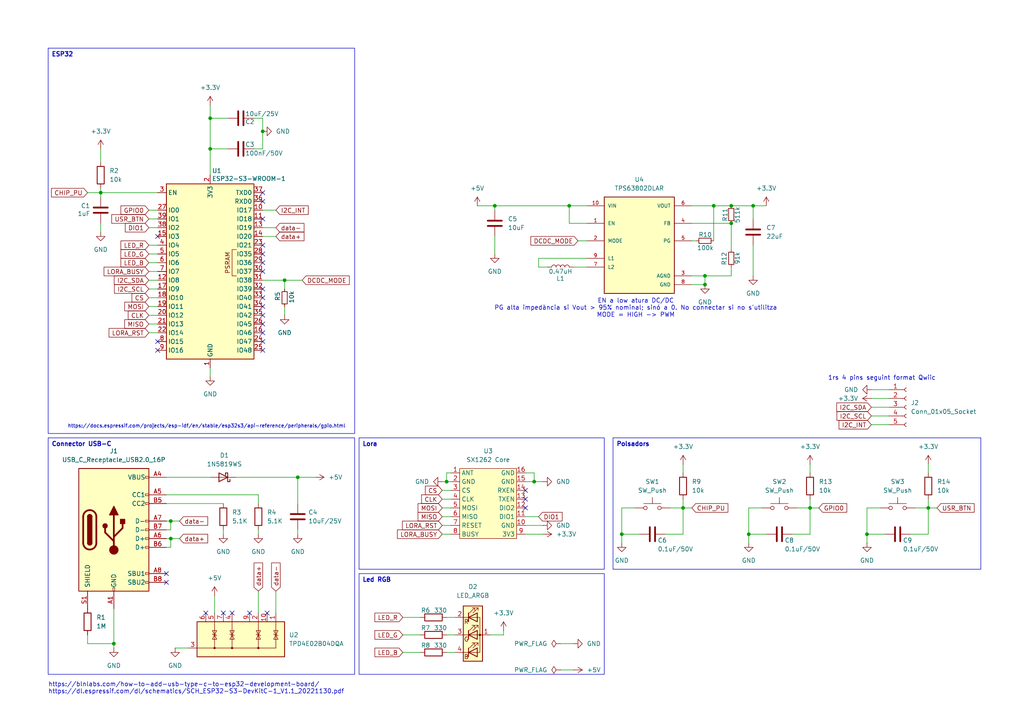
<source format=kicad_sch>
(kicad_sch (version 20231120) (generator "eeschema") (generator_version "8.0")
  (paper "A4")
  (title_block (title "Node LoRa basat en SX1262 i ESP32") (date "2025-03-18") (company "Pol Flotats Sabata"))
  (lib_symbols
    (symbol "Connector:Conn_01x05_Socket" (pin_names (offset 1.016) hide)
      (property "Reference" "J" (at 0 7.62 0))
      (property "Value" "Conn_01x05_Socket" (at 0 -7.62 0))
      (symbol "Conn_01x05_Socket_1_1"
        (pin passive line (at -5.08 5.08 0) (length 3.81) (name "Pin_1") (number "1"))
        (pin passive line (at -5.08 2.54 0) (length 3.81) (name "Pin_2") (number "2"))
        (pin passive line (at -5.08 0 0) (length 3.81) (name "Pin_3") (number "3"))
        (pin passive line (at -5.08 -2.54 0) (length 3.81) (name "Pin_4") (number "4"))
        (pin passive line (at -5.08 -5.08 0) (length 3.81) (name "Pin_5") (number "5"))
      )
    )
    (symbol "Connector:USB_C_Receptacle_USB2.0_16P" (pin_names (offset 1.016))
      (property "Reference" "J" (at 0 22.225 0))
      (property "Value" "USB_C_Receptacle_USB2.0_16P" (at 0 19.685 0))
      (symbol "USB_C_Receptacle_USB2.0_16P_1_1"
        (pin passive line (at 0 -22.86 90) (length 5.08) (name "GND") (number "A1"))
        (pin passive line (at 0 -22.86 90) (length 5.08) hide (name "GND") (number "A12"))
        (pin passive line (at 15.24 15.24 180) (length 5.08) (name "VBUS") (number "A4"))
        (pin bidirectional line (at 15.24 10.16 180) (length 5.08) (name "CC1") (number "A5"))
        (pin bidirectional line (at 15.24 -2.54 180) (length 5.08) (name "D+") (number "A6"))
        (pin bidirectional line (at 15.24 2.54 180) (length 5.08) (name "D-") (number "A7"))
        (pin bidirectional line (at 15.24 -12.7 180) (length 5.08) (name "SBU1") (number "A8"))
        (pin passive line (at 15.24 15.24 180) (length 5.08) hide (name "VBUS") (number "A9"))
        (pin passive line (at 0 -22.86 90) (length 5.08) hide (name "GND") (number "B1"))
        (pin passive line (at 0 -22.86 90) (length 5.08) hide (name "GND") (number "B12"))
        (pin passive line (at 15.24 15.24 180) (length 5.08) hide (name "VBUS") (number "B4"))
        (pin bidirectional line (at 15.24 7.62 180) (length 5.08) (name "CC2") (number "B5"))
        (pin bidirectional line (at 15.24 -5.08 180) (length 5.08) (name "D+") (number "B6"))
        (pin bidirectional line (at 15.24 0 180) (length 5.08) (name "D-") (number "B7"))
        (pin bidirectional line (at 15.24 -15.24 180) (length 5.08) (name "SBU2") (number "B8"))
        (pin passive line (at 15.24 15.24 180) (length 5.08) hide (name "VBUS") (number "B9"))
        (pin passive line (at -7.62 -22.86 90) (length 5.08) (name "SHIELD") (number "S1"))
      )
    )
    (symbol "CustomSymbols:SX1262_Core"
      (property "Reference" "U" (at -21.082 -4.318 0))
      (property "Value" "SX1262 Core" (at -20.828 -6.604 0))
      (symbol "SX1262_Core_1_1"
        (pin passive line (at -31.75 -8.89 0) (length 2.54) (name "ANT") (number "1"))
        (pin power_in line (at -10.16 -24.13 180) (length 2.54) (name "GND") (number "10"))
        (pin output line (at -10.16 -21.59 180) (length 2.54) (name "DIO1") (number "11"))
        (pin output line (at -10.16 -19.05 180) (length 2.54) (name "DIO2") (number "12"))
        (pin input line (at -10.16 -16.51 180) (length 2.54) (name "TXEN") (number "13"))
        (pin input line (at -10.16 -13.97 180) (length 2.54) (name "RXEN") (number "14"))
        (pin power_in line (at -10.16 -11.43 180) (length 2.54) (name "GND") (number "15"))
        (pin power_in line (at -10.16 -8.89 180) (length 2.54) (name "GND") (number "16"))
        (pin power_in line (at -31.75 -11.43 0) (length 2.54) (name "GND") (number "2"))
        (pin input line (at -31.75 -13.97 0) (length 2.54) (name "CS") (number "3"))
        (pin input line (at -31.75 -16.51 0) (length 2.54) (name "CLK") (number "4"))
        (pin input line (at -31.75 -19.05 0) (length 2.54) (name "MOSI") (number "5"))
        (pin output line (at -31.75 -21.59 0) (length 2.54) (name "MISO") (number "6"))
        (pin input line (at -31.75 -24.13 0) (length 2.54) (name "RESET") (number "7"))
        (pin output line (at -31.75 -26.67 0) (length 2.54) (name "BUSY") (number "8"))
        (pin power_in line (at -10.16 -26.67 180) (length 2.54) (name "3V3") (number "9"))
      )
    )
    (symbol "Device:C" (pin_numbers hide) (pin_names (offset 0.254))
      (property "Reference" "C" (at 0.635 2.54 0))
      (property "Value" "C" (at 0.635 -2.54 0))
      (symbol "C_1_1"
        (pin passive line (at 0 3.81 270) (length 2.794) (name "~") (number "1"))
        (pin passive line (at 0 -3.81 90) (length 2.794) (name "~") (number "2"))
      )
    )
    (symbol "Device:L" (pin_numbers hide) (pin_names (offset 1.016) hide)
      (property "Reference" "L" (at -1.27 0 90))
      (property "Value" "L" (at 1.905 0 90))
      (symbol "L_1_1"
        (pin passive line (at 0 3.81 270) (length 1.27) (name "1") (number "1"))
        (pin passive line (at 0 -3.81 90) (length 1.27) (name "2") (number "2"))
      )
    )
    (symbol "Device:LED_ARGB" (pin_names (offset 0) hide)
      (property "Reference" "D" (at 0 9.398 0))
      (property "Value" "LED_ARGB" (at 0 -8.89 0))
      (symbol "LED_ARGB_0_0"
        (text "B" (at -1.905 -6.35 0) (effects (font (size 1.27 1.27))))
        (text "G" (at -1.905 -1.27 0) (effects (font (size 1.27 1.27))))
        (text "R" (at -1.905 3.81 0) (effects (font (size 1.27 1.27))))
      )
      (symbol "LED_ARGB_1_1"
        (pin passive line (at 5.08 0 180) (length 2.54) (name "A") (number "1"))
        (pin passive line (at -5.08 5.08 0) (length 2.54) (name "RK") (number "2"))
        (pin passive line (at -5.08 0 0) (length 2.54) (name "GK") (number "3"))
        (pin passive line (at -5.08 -5.08 0) (length 2.54) (name "BK") (number "4"))
      )
    )
    (symbol "Device:R" (pin_numbers hide) (pin_names (offset 0))
      (property "Reference" "R" (at 2.032 0 90))
      (property "Value" "R" (at 0 0 90))
      (symbol "R_1_1"
        (pin passive line (at 0 3.81 270) (length 1.27) (name "~") (number "1"))
        (pin passive line (at 0 -3.81 90) (length 1.27) (name "~") (number "2"))
      )
    )
    (symbol "Device:R_Small" (pin_numbers hide) (pin_names (offset 0.254) hide)
      (property "Reference" "R" (at 0.762 0.508 0))
      (property "Value" "R_Small" (at 0.762 -1.016 0))
      (symbol "R_Small_1_1"
        (pin passive line (at 0 2.54 270) (length 0.762) (name "~") (number "1"))
        (pin passive line (at 0 -2.54 90) (length 0.762) (name "~") (number "2"))
      )
    )
    (symbol "Diode:1N5819WS" (pin_numbers hide) (pin_names (offset 1.016) hide)
      (property "Reference" "D" (at 0 2.54 0))
      (property "Value" "1N5819WS" (at 0 -2.54 0))
      (symbol "1N5819WS_1_1"
        (pin passive line (at -3.81 0 0) (length 2.54) (name "K") (number "1"))
        (pin passive line (at 3.81 0 180) (length 2.54) (name "A") (number "2"))
      )
    )
    (symbol "Power_Protection:TPD4E02B04DQA" (pin_names hide)
      (property "Reference" "U" (at 2.54 -11.43 0))
      (property "Value" "TPD4E02B04DQA" (at 7.62 1.905 0))
      (symbol "TPD4E02B04DQA_0_0"
        (pin passive line (at 2.54 -15.24 90) (length 2.54) (name "G") (number "3"))
      )
      (symbol "TPD4E02B04DQA_1_1"
        (pin passive line (at -7.62 10.16 0) (length 2.54) (name "IO1") (number "1"))
        (pin free line (at -7.62 7.62 0) (length 2.54) (name "NC") (number "10"))
        (pin passive line (at -7.62 5.08 0) (length 2.54) (name "IO2") (number "2"))
        (pin passive line (at -7.62 -2.54 0) (length 2.54) (name "IO3") (number "4"))
        (pin passive line (at -7.62 -7.62 0) (length 2.54) (name "IO4") (number "5"))
        (pin free line (at -7.62 -10.16 0) (length 2.54) (name "NC") (number "6"))
        (pin free line (at -7.62 -5.08 0) (length 2.54) (name "NC") (number "7"))
        (pin passive line (at 2.54 -15.24 90) (length 2.54) hide (name "G") (number "8"))
        (pin free line (at -7.62 2.54 0) (length 2.54) (name "NC") (number "9"))
      )
    )
    (symbol "RF_Module:ESP32-S3-WROOM-1"
      (property "Reference" "U" (at -12.7 26.67 0))
      (property "Value" "ESP32-S3-WROOM-1" (at 12.7 26.67 0))
      (symbol "ESP32-S3-WROOM-1_0_0"
        (text "PSRAM" (at 5.08 2.54 900) (effects (font (size 1.27 1.27))))
      )
      (symbol "ESP32-S3-WROOM-1_1_1"
        (pin power_in line (at 0 -27.94 90) (length 2.54) (name "GND") (number "1"))
        (pin bidirectional line (at 15.24 17.78 180) (length 2.54) (name "IO17") (number "10"))
        (pin bidirectional line (at 15.24 15.24 180) (length 2.54) (name "IO18") (number "11"))
        (pin bidirectional line (at -15.24 -2.54 0) (length 2.54) (name "IO8") (number "12"))
        (pin bidirectional line (at 15.24 12.7 180) (length 2.54) (name "IO19") (number "13"))
        (pin bidirectional line (at 15.24 10.16 180) (length 2.54) (name "IO20") (number "14"))
        (pin bidirectional line (at -15.24 10.16 0) (length 2.54) (name "IO3") (number "15"))
        (pin bidirectional line (at 15.24 -17.78 180) (length 2.54) (name "IO46") (number "16"))
        (pin bidirectional line (at -15.24 -5.08 0) (length 2.54) (name "IO9") (number "17"))
        (pin bidirectional line (at -15.24 -7.62 0) (length 2.54) (name "IO10") (number "18"))
        (pin bidirectional line (at -15.24 -10.16 0) (length 2.54) (name "IO11") (number "19"))
        (pin power_in line (at 0 27.94 270) (length 2.54) (name "3V3") (number "2"))
        (pin bidirectional line (at -15.24 -12.7 0) (length 2.54) (name "IO12") (number "20"))
        (pin bidirectional line (at -15.24 -15.24 0) (length 2.54) (name "IO13") (number "21"))
        (pin bidirectional line (at -15.24 -17.78 0) (length 2.54) (name "IO14") (number "22"))
        (pin bidirectional line (at 15.24 7.62 180) (length 2.54) (name "IO21") (number "23"))
        (pin bidirectional line (at 15.24 -20.32 180) (length 2.54) (name "IO47") (number "24"))
        (pin bidirectional line (at 15.24 -22.86 180) (length 2.54) (name "IO48") (number "25"))
        (pin bidirectional line (at 15.24 -15.24 180) (length 2.54) (name "IO45") (number "26"))
        (pin bidirectional line (at -15.24 17.78 0) (length 2.54) (name "IO0") (number "27"))
        (pin bidirectional line (at 15.24 5.08 180) (length 2.54) (name "IO35") (number "28"))
        (pin bidirectional line (at 15.24 2.54 180) (length 2.54) (name "IO36") (number "29"))
        (pin input line (at -15.24 22.86 0) (length 2.54) (name "EN") (number "3"))
        (pin bidirectional line (at 15.24 0 180) (length 2.54) (name "IO37") (number "30"))
        (pin bidirectional line (at 15.24 -2.54 180) (length 2.54) (name "IO38") (number "31"))
        (pin bidirectional line (at 15.24 -5.08 180) (length 2.54) (name "IO39") (number "32"))
        (pin bidirectional line (at 15.24 -7.62 180) (length 2.54) (name "IO40") (number "33"))
        (pin bidirectional line (at 15.24 -10.16 180) (length 2.54) (name "IO41") (number "34"))
        (pin bidirectional line (at 15.24 -12.7 180) (length 2.54) (name "IO42") (number "35"))
        (pin bidirectional line (at 15.24 20.32 180) (length 2.54) (name "RXD0") (number "36"))
        (pin bidirectional line (at 15.24 22.86 180) (length 2.54) (name "TXD0") (number "37"))
        (pin bidirectional line (at -15.24 12.7 0) (length 2.54) (name "IO2") (number "38"))
        (pin bidirectional line (at -15.24 15.24 0) (length 2.54) (name "IO1") (number "39"))
        (pin bidirectional line (at -15.24 7.62 0) (length 2.54) (name "IO4") (number "4"))
        (pin passive line (at 0 -27.94 90) (length 2.54) hide (name "GND") (number "40"))
        (pin passive line (at 0 -27.94 90) (length 2.54) hide (name "GND") (number "41"))
        (pin bidirectional line (at -15.24 5.08 0) (length 2.54) (name "IO5") (number "5"))
        (pin bidirectional line (at -15.24 2.54 0) (length 2.54) (name "IO6") (number "6"))
        (pin bidirectional line (at -15.24 0 0) (length 2.54) (name "IO7") (number "7"))
        (pin bidirectional line (at -15.24 -20.32 0) (length 2.54) (name "IO15") (number "8"))
        (pin bidirectional line (at -15.24 -22.86 0) (length 2.54) (name "IO16") (number "9"))
      )
    )
    (symbol "Switch:SW_Push" (pin_numbers hide) (pin_names (offset 1.016) hide)
      (property "Reference" "SW" (at 1.27 2.54 0))
      (property "Value" "SW_Push" (at 0 -1.524 0))
      (symbol "SW_Push_0_1"
        (pin passive line (at -5.08 0 0) (length 2.54) (name "1") (number "1"))
        (pin passive line (at 5.08 0 180) (length 2.54) (name "2") (number "2"))
      )
    )
    (symbol "TPS63802DLAR:TPS63802DLAR" (pin_names (offset 1.016))
      (property "Reference" "U" (at -10.16 13.97 0))
      (property "Value" "TPS63802DLAR" (at -10.16 -16.51 0))
      (symbol "TPS63802DLAR_0_0"
        (pin input line (at -15.24 5.08 0) (length 5.08) (name "EN") (number "1"))
        (pin input line (at -15.24 10.16 0) (length 5.08) (name "VIN") (number "10"))
        (pin input line (at -15.24 0 0) (length 5.08) (name "MODE") (number "2"))
        (pin power_in line (at 15.24 -10.16 180) (length 5.08) (name "AGND") (number "3"))
        (pin input line (at 15.24 5.08 180) (length 5.08) (name "FB") (number "4"))
        (pin output line (at 15.24 0 180) (length 5.08) (name "PG") (number "5"))
        (pin passive line (at -15.24 -7.62 0) (length 5.08) (name "L2") (number "7"))
        (pin power_in line (at 15.24 -12.7 180) (length 5.08) (name "GND") (number "8"))
        (pin passive line (at -15.24 -5.08 0) (length 5.08) (name "L1") (number "9"))
      )
      (symbol "TPS63802DLAR_1_0"
        (pin power_out line (at 15.24 10.16 180) (length 5.08) (name "VOUT") (number "6"))
      )
    )
    (symbol "power:+3.3V" (power) (pin_numbers hide) (pin_names (offset 0) hide)
      (property "Value" "+3.3V" (at 0 3.556 0))
      (symbol "+3.3V_1_1"
        (pin power_in line (at 0 0 90) (length 0) (name "~") (number "1"))
      )
    )
    (symbol "power:+5V" (power) (pin_numbers hide) (pin_names (offset 0) hide)
      (property "Value" "+5V" (at 0 3.556 0))
      (symbol "+5V_1_1"
        (pin power_in line (at 0 0 90) (length 0) (name "~") (number "1"))
      )
    )
    (symbol "power:GND" (power) (pin_numbers hide) (pin_names (offset 0) hide)
      (property "Value" "GND" (at 0 -3.81 0))
      (symbol "GND_1_1"
        (pin power_in line (at 0 0 270) (length 0) (name "~") (number "1"))
      )
    )
    (symbol "power:PWR_FLAG" (power) (pin_numbers hide) (pin_names (offset 0) hide)
      (property "Value" "PWR_FLAG" (at 0 3.81 0))
      (symbol "PWR_FLAG_0_0"
        (pin power_out line (at 0 0 90) (length 0) (name "~") (number "1"))
      )
    )
  )
  (junction (at 76.2 38.1))
  (junction (at 207.01 59.69))
  (junction (at 198.12 147.32))
  (junction (at 82.55 81.28))
  (junction (at 60.96 43.18))
  (junction (at 49.53 156.21))
  (junction (at 129.54 139.7))
  (junction (at 60.96 34.29))
  (junction (at 251.46 154.94))
  (junction (at 217.17 154.94))
  (junction (at 269.24 147.32))
  (junction (at 212.09 64.77))
  (junction (at 212.09 59.69))
  (junction (at 204.47 80.01))
  (junction (at 86.36 138.43))
  (junction (at 29.21 55.88))
  (junction (at 180.34 154.94))
  (junction (at 33.02 186.69))
  (junction (at 165.1 59.69))
  (junction (at 218.44 59.69))
  (junction (at 154.94 139.7))
  (junction (at 143.51 59.69))
  (junction (at 234.95 147.32))
  (junction (at 204.47 82.55))
  (junction (at 49.53 151.13))
  (no_connect (at 59.69 177.8))
  (no_connect (at 76.2 88.9))
  (no_connect (at 67.31 177.8))
  (no_connect (at 76.2 86.36))
  (no_connect (at 76.2 63.5))
  (no_connect (at 48.26 168.91))
  (no_connect (at 48.26 166.37))
  (no_connect (at 76.2 101.6))
  (no_connect (at 152.4 147.32))
  (no_connect (at 45.72 101.6))
  (no_connect (at 76.2 91.44))
  (no_connect (at 76.2 76.2))
  (no_connect (at 76.2 71.12))
  (no_connect (at 76.2 78.74))
  (no_connect (at 152.4 144.78))
  (no_connect (at 77.47 177.8))
  (no_connect (at 76.2 99.06))
  (no_connect (at 152.4 142.24))
  (no_connect (at 76.2 55.88))
  (no_connect (at 76.2 58.42))
  (no_connect (at 45.72 99.06))
  (no_connect (at 76.2 83.82))
  (no_connect (at 72.39 177.8))
  (no_connect (at 64.77 177.8))
  (no_connect (at 76.2 96.52))
  (no_connect (at 45.72 68.58))
  (no_connect (at 76.2 93.98))
  (no_connect (at 76.2 73.66))
  (wire (pts (xy 217.17 154.94) (xy 217.17 147.32)))
  (wire (pts (xy 128.27 142.24) (xy 130.81 142.24)))
  (wire (pts (xy 43.18 76.2) (xy 45.72 76.2)))
  (wire (pts (xy 128.27 139.7) (xy 129.54 139.7)))
  (wire (pts (xy 66.04 34.29) (xy 60.96 34.29)))
  (wire (pts (xy 74.93 143.51) (xy 74.93 146.05)))
  (wire (pts (xy 200.66 59.69) (xy 207.01 59.69)))
  (wire (pts (xy 234.95 147.32) (xy 237.49 147.32)))
  (wire (pts (xy 130.81 137.16) (xy 129.54 137.16)))
  (wire (pts (xy 194.31 147.32) (xy 198.12 147.32)))
  (wire (pts (xy 152.4 139.7) (xy 154.94 139.7)))
  (wire (pts (xy 74.93 154.94) (xy 74.93 153.67)))
  (wire (pts (xy 200.66 69.85) (xy 201.93 69.85)))
  (wire (pts (xy 29.21 64.77) (xy 29.21 67.31)))
  (wire (pts (xy 185.42 154.94) (xy 180.34 154.94)))
  (wire (pts (xy 162.56 194.31) (xy 166.37 194.31)))
  (wire (pts (xy 165.1 59.69) (xy 170.18 59.69)))
  (wire (pts (xy 49.53 153.67) (xy 49.53 151.13)))
  (wire (pts (xy 222.25 154.94) (xy 217.17 154.94)))
  (wire (pts (xy 48.26 156.21) (xy 49.53 156.21)))
  (wire (pts (xy 212.09 59.69) (xy 218.44 59.69)))
  (wire (pts (xy 231.14 147.32) (xy 234.95 147.32)))
  (wire (pts (xy 43.18 71.12) (xy 45.72 71.12)))
  (wire (pts (xy 269.24 144.78) (xy 269.24 147.32)))
  (wire (pts (xy 218.44 59.69) (xy 222.25 59.69)))
  (wire (pts (xy 62.23 172.72) (xy 62.23 177.8)))
  (wire (pts (xy 68.58 138.43) (xy 86.36 138.43)))
  (wire (pts (xy 129.54 137.16) (xy 129.54 139.7)))
  (wire (pts (xy 152.4 149.86) (xy 156.21 149.86)))
  (wire (pts (xy 82.55 81.28) (xy 82.55 83.82)))
  (wire (pts (xy 207.01 59.69) (xy 207.01 69.85)))
  (wire (pts (xy 50.8 187.96) (xy 54.61 187.96)))
  (wire (pts (xy 49.53 156.21) (xy 52.07 156.21)))
  (wire (pts (xy 152.4 152.4) (xy 157.48 152.4)))
  (wire (pts (xy 128.27 144.78) (xy 130.81 144.78)))
  (wire (pts (xy 43.18 63.5) (xy 45.72 63.5)))
  (wire (pts (xy 48.26 158.75) (xy 49.53 158.75)))
  (wire (pts (xy 128.27 152.4) (xy 130.81 152.4)))
  (wire (pts (xy 66.04 43.18) (xy 60.96 43.18)))
  (wire (pts (xy 129.54 189.23) (xy 132.08 189.23)))
  (wire (pts (xy 269.24 147.32) (xy 269.24 154.94)))
  (wire (pts (xy 33.02 176.53) (xy 33.02 186.69)))
  (wire (pts (xy 212.09 77.47) (xy 212.09 80.01)))
  (wire (pts (xy 43.18 81.28) (xy 45.72 81.28)))
  (wire (pts (xy 48.26 153.67) (xy 49.53 153.67)))
  (wire (pts (xy 269.24 147.32) (xy 271.78 147.32)))
  (wire (pts (xy 256.54 154.94) (xy 251.46 154.94)))
  (wire (pts (xy 212.09 64.77) (xy 212.09 72.39)))
  (wire (pts (xy 25.4 55.88) (xy 29.21 55.88)))
  (wire (pts (xy 29.21 54.61) (xy 29.21 55.88)))
  (wire (pts (xy 76.2 60.96) (xy 80.01 60.96)))
  (wire (pts (xy 43.18 96.52) (xy 45.72 96.52)))
  (wire (pts (xy 152.4 154.94) (xy 157.48 154.94)))
  (wire (pts (xy 60.96 50.8) (xy 60.96 43.18)))
  (wire (pts (xy 146.05 182.88) (xy 146.05 184.15)))
  (wire (pts (xy 167.64 69.85) (xy 170.18 69.85)))
  (wire (pts (xy 43.18 91.44) (xy 45.72 91.44)))
  (wire (pts (xy 265.43 147.32) (xy 269.24 147.32)))
  (wire (pts (xy 234.95 144.78) (xy 234.95 147.32)))
  (wire (pts (xy 170.18 64.77) (xy 165.1 64.77)))
  (wire (pts (xy 64.77 154.94) (xy 64.77 153.67)))
  (wire (pts (xy 82.55 88.9) (xy 82.55 91.44)))
  (wire (pts (xy 251.46 147.32) (xy 255.27 147.32)))
  (wire (pts (xy 146.05 184.15) (xy 142.24 184.15)))
  (wire (pts (xy 86.36 138.43) (xy 86.36 146.05)))
  (wire (pts (xy 129.54 184.15) (xy 132.08 184.15)))
  (wire (pts (xy 86.36 154.94) (xy 86.36 153.67)))
  (wire (pts (xy 43.18 93.98) (xy 45.72 93.98)))
  (wire (pts (xy 86.36 138.43) (xy 91.44 138.43)))
  (wire (pts (xy 73.66 43.18) (xy 76.2 43.18)))
  (wire (pts (xy 165.1 64.77) (xy 165.1 59.69)))
  (wire (pts (xy 200.66 64.77) (xy 212.09 64.77)))
  (wire (pts (xy 49.53 151.13) (xy 52.07 151.13)))
  (wire (pts (xy 76.2 43.18) (xy 76.2 38.1)))
  (wire (pts (xy 129.54 139.7) (xy 130.81 139.7)))
  (wire (pts (xy 152.4 137.16) (xy 154.94 137.16)))
  (wire (pts (xy 162.56 186.69) (xy 166.37 186.69)))
  (wire (pts (xy 193.04 154.94) (xy 198.12 154.94)))
  (wire (pts (xy 116.84 184.15) (xy 121.92 184.15)))
  (wire (pts (xy 269.24 134.62) (xy 269.24 137.16)))
  (wire (pts (xy 198.12 144.78) (xy 198.12 147.32)))
  (wire (pts (xy 82.55 81.28) (xy 87.63 81.28)))
  (wire (pts (xy 43.18 88.9) (xy 45.72 88.9)))
  (wire (pts (xy 43.18 73.66) (xy 45.72 73.66)))
  (wire (pts (xy 143.51 59.69) (xy 165.1 59.69)))
  (wire (pts (xy 156.21 74.93) (xy 170.18 74.93)))
  (wire (pts (xy 180.34 154.94) (xy 180.34 157.48)))
  (wire (pts (xy 154.94 139.7) (xy 157.48 139.7)))
  (wire (pts (xy 198.12 134.62) (xy 198.12 137.16)))
  (wire (pts (xy 45.72 55.88) (xy 29.21 55.88)))
  (wire (pts (xy 158.75 77.47) (xy 156.21 77.47)))
  (wire (pts (xy 229.87 154.94) (xy 234.95 154.94)))
  (wire (pts (xy 29.21 43.18) (xy 29.21 46.99)))
  (wire (pts (xy 128.27 154.94) (xy 130.81 154.94)))
  (wire (pts (xy 25.4 186.69) (xy 33.02 186.69)))
  (wire (pts (xy 43.18 83.82) (xy 45.72 83.82)))
  (wire (pts (xy 128.27 147.32) (xy 130.81 147.32)))
  (wire (pts (xy 252.73 115.57) (xy 257.81 115.57)))
  (wire (pts (xy 33.02 186.69) (xy 33.02 187.96)))
  (wire (pts (xy 116.84 189.23) (xy 121.92 189.23)))
  (wire (pts (xy 204.47 80.01) (xy 204.47 82.55)))
  (wire (pts (xy 25.4 184.15) (xy 25.4 186.69)))
  (wire (pts (xy 154.94 137.16) (xy 154.94 139.7)))
  (wire (pts (xy 264.16 154.94) (xy 269.24 154.94)))
  (wire (pts (xy 80.01 171.45) (xy 80.01 177.8)))
  (wire (pts (xy 252.73 118.11) (xy 257.81 118.11)))
  (wire (pts (xy 48.26 146.05) (xy 64.77 146.05)))
  (wire (pts (xy 43.18 78.74) (xy 45.72 78.74)))
  (wire (pts (xy 43.18 66.04) (xy 45.72 66.04)))
  (wire (pts (xy 218.44 59.69) (xy 218.44 63.5)))
  (wire (pts (xy 60.96 30.48) (xy 60.96 34.29)))
  (wire (pts (xy 198.12 147.32) (xy 200.66 147.32)))
  (wire (pts (xy 200.66 80.01) (xy 204.47 80.01)))
  (wire (pts (xy 128.27 149.86) (xy 130.81 149.86)))
  (wire (pts (xy 166.37 77.47) (xy 170.18 77.47)))
  (wire (pts (xy 76.2 34.29) (xy 73.66 34.29)))
  (wire (pts (xy 234.95 147.32) (xy 234.95 154.94)))
  (wire (pts (xy 218.44 71.12) (xy 218.44 80.01)))
  (wire (pts (xy 207.01 59.69) (xy 212.09 59.69)))
  (wire (pts (xy 180.34 147.32) (xy 184.15 147.32)))
  (wire (pts (xy 180.34 154.94) (xy 180.34 147.32)))
  (wire (pts (xy 143.51 68.58) (xy 143.51 73.66)))
  (wire (pts (xy 76.2 68.58) (xy 80.01 68.58)))
  (wire (pts (xy 43.18 60.96) (xy 45.72 60.96)))
  (wire (pts (xy 76.2 66.04) (xy 80.01 66.04)))
  (wire (pts (xy 156.21 77.47) (xy 156.21 74.93)))
  (wire (pts (xy 76.2 34.29) (xy 76.2 38.1)))
  (wire (pts (xy 212.09 80.01) (xy 204.47 80.01)))
  (wire (pts (xy 252.73 120.65) (xy 257.81 120.65)))
  (wire (pts (xy 200.66 82.55) (xy 204.47 82.55)))
  (wire (pts (xy 143.51 59.69) (xy 143.51 60.96)))
  (wire (pts (xy 217.17 154.94) (xy 217.17 157.48)))
  (wire (pts (xy 251.46 154.94) (xy 251.46 157.48)))
  (wire (pts (xy 60.96 43.18) (xy 60.96 34.29)))
  (wire (pts (xy 234.95 134.62) (xy 234.95 137.16)))
  (wire (pts (xy 251.46 154.94) (xy 251.46 147.32)))
  (wire (pts (xy 129.54 179.07) (xy 132.08 179.07)))
  (wire (pts (xy 252.73 113.03) (xy 257.81 113.03)))
  (wire (pts (xy 48.26 138.43) (xy 60.96 138.43)))
  (wire (pts (xy 60.96 106.68) (xy 60.96 109.22)))
  (wire (pts (xy 217.17 147.32) (xy 220.98 147.32)))
  (wire (pts (xy 76.2 81.28) (xy 82.55 81.28)))
  (wire (pts (xy 198.12 147.32) (xy 198.12 154.94)))
  (wire (pts (xy 252.73 123.19) (xy 257.81 123.19)))
  (wire (pts (xy 48.26 143.51) (xy 74.93 143.51)))
  (wire (pts (xy 29.21 55.88) (xy 29.21 57.15)))
  (wire (pts (xy 49.53 158.75) (xy 49.53 156.21)))
  (wire (pts (xy 43.18 86.36) (xy 45.72 86.36)))
  (wire (pts (xy 116.84 179.07) (xy 121.92 179.07)))
  (wire (pts (xy 48.26 151.13) (xy 49.53 151.13)))
  (wire (pts (xy 138.43 59.69) (xy 143.51 59.69)))
  (wire (pts (xy 74.93 171.45) (xy 74.93 177.8)))
  (text_box "Polsadors" (at 177.8 127 0) (size 106.68 38.1) (effects (font (size 1.27 1.27) (thickness 0.254) (bold yes)) (justify left top)))
  (text_box "Connector USB-C" (at 13.97 127 0) (size 88.9 68.58) (effects (font (size 1.27 1.27) (thickness 0.254) (bold yes)) (justify left top)))
  (text_box "ESP32" (at 13.97 13.97 0) (size 88.9 111.76) (effects (font (size 1.27 1.27) (thickness 0.254) (bold yes)) (justify left top)))
  (text_box "Led RGB" (at 104.14 166.37 0) (size 71.12 29.21) (effects (font (size 1.27 1.27) (thickness 0.254) (bold yes)) (justify left top)))
  (text_box "Lora\n" (at 104.14 127 0) (size 71.12 38.1) (effects (font (size 1.27 1.27) (thickness 0.254) (bold yes)) (justify left top)))
  (text "1rs 4 pins seguint format Qwiic" (at 255.778 109.728 0) (effects (font (size 1.27 1.27) (thickness 0.1588))))
  (text "https://docs.espressif.com/projects/esp-idf/en/stable/esp32s3/api-reference/peripherals/gpio.html" (at 59.944 123.698 0) (effects (font (size 1.016 1.016))))
  (text "https://blnlabs.com/how-to-add-usb-type-c-to-esp32-development-board/\nhttps://dl.espressif.com/dl/schematics/SCH_ESP32-S3-DevKitC-1_V1.1_20221130.pdf" (at 13.97 199.644 0) (effects (font (size 1.27 1.27)) (justify left)))
  (text "EN a low atura DC/DC\nPG alta impedància si Vout > 95% nominal; sinó a 0. No connectar si no s'utilitza\nMODE = HIGH -> PWM" (at 184.404 89.408 0) (effects (font (size 1.27 1.27))))
  (global_label "LORA_BUSY" (shape input) (at 128.27 154.94 180) (property "Intersheetrefs" "${INTERSHEET_REFS}" (effects (hide yes))))
  (global_label "LED_B" (shape input) (at 116.84 189.23 180) (property "Intersheetrefs" "${INTERSHEET_REFS}" (effects (hide yes))))
  (global_label "I2C_INT" (shape input) (at 80.01 60.96 0) (effects (font (thickness 0.1588))) (property "Intersheetrefs" "${INTERSHEET_REFS}" (effects (hide yes))))
  (global_label "CS" (shape input) (at 128.27 142.24 180) (property "Intersheetrefs" "${INTERSHEET_REFS}" (effects (hide yes))))
  (global_label "DCDC_MODE" (shape input) (at 167.64 69.85 180) (property "Intersheetrefs" "${INTERSHEET_REFS}" (effects (hide yes))))
  (global_label "DCDC_MODE" (shape input) (at 87.63 81.28 0) (property "Intersheetrefs" "${INTERSHEET_REFS}" (effects (hide yes))))
  (global_label "LORA_RST" (shape input) (at 43.18 96.52 180) (property "Intersheetrefs" "${INTERSHEET_REFS}" (effects (hide yes))))
  (global_label "MISO" (shape input) (at 43.18 93.98 180) (property "Intersheetrefs" "${INTERSHEET_REFS}" (effects (hide yes))))
  (global_label "GPIO0" (shape input) (at 237.49 147.32 0) (property "Intersheetrefs" "${INTERSHEET_REFS}" (effects (hide yes))))
  (global_label "LORA_RST" (shape input) (at 128.27 152.4 180) (property "Intersheetrefs" "${INTERSHEET_REFS}" (effects (hide yes))))
  (global_label "USR_BTN" (shape input) (at 271.78 147.32 0) (property "Intersheetrefs" "${INTERSHEET_REFS}" (effects (hide yes))))
  (global_label "I2C_INT" (shape input) (at 252.73 123.19 180) (effects (font (thickness 0.1588))) (property "Intersheetrefs" "${INTERSHEET_REFS}" (effects (hide yes))))
  (global_label "USR_BTN" (shape input) (at 43.18 63.5 180) (property "Intersheetrefs" "${INTERSHEET_REFS}" (effects (hide yes))))
  (global_label "data+" (shape input) (at 74.93 171.45 90) (property "Intersheetrefs" "${INTERSHEET_REFS}" (effects (hide yes))))
  (global_label "MISO" (shape input) (at 128.27 149.86 180) (property "Intersheetrefs" "${INTERSHEET_REFS}" (effects (hide yes))))
  (global_label "LED_B" (shape input) (at 43.18 76.2 180) (property "Intersheetrefs" "${INTERSHEET_REFS}" (effects (hide yes))))
  (global_label "I2C_SDA" (shape input) (at 43.18 81.28 180) (property "Intersheetrefs" "${INTERSHEET_REFS}" (effects (hide yes))))
  (global_label "LORA_BUSY" (shape input) (at 43.18 78.74 180) (property "Intersheetrefs" "${INTERSHEET_REFS}" (effects (hide yes))))
  (global_label "data+" (shape input) (at 80.01 68.58 0) (property "Intersheetrefs" "${INTERSHEET_REFS}" (effects (hide yes))))
  (global_label "I2C_SDA" (shape input) (at 252.73 118.11 180) (property "Intersheetrefs" "${INTERSHEET_REFS}" (effects (hide yes))))
  (global_label "LED_R" (shape input) (at 116.84 179.07 180) (property "Intersheetrefs" "${INTERSHEET_REFS}" (effects (hide yes))))
  (global_label "data-" (shape input) (at 52.07 151.13 0) (property "Intersheetrefs" "${INTERSHEET_REFS}" (effects (hide yes))))
  (global_label "I2C_SCL" (shape input) (at 43.18 83.82 180) (property "Intersheetrefs" "${INTERSHEET_REFS}" (effects (hide yes))))
  (global_label "CHIP_PU" (shape input) (at 200.66 147.32 0) (property "Intersheetrefs" "${INTERSHEET_REFS}" (effects (hide yes))))
  (global_label "DIO1" (shape input) (at 156.21 149.86 0) (property "Intersheetrefs" "${INTERSHEET_REFS}" (effects (hide yes))))
  (global_label "DIO1" (shape input) (at 43.18 66.04 180) (property "Intersheetrefs" "${INTERSHEET_REFS}" (effects (hide yes))))
  (global_label "CLK" (shape input) (at 43.18 91.44 180) (property "Intersheetrefs" "${INTERSHEET_REFS}" (effects (hide yes))))
  (global_label "MOSI" (shape input) (at 128.27 147.32 180) (property "Intersheetrefs" "${INTERSHEET_REFS}" (effects (hide yes))))
  (global_label "LED_R" (shape input) (at 43.18 71.12 180) (property "Intersheetrefs" "${INTERSHEET_REFS}" (effects (hide yes))))
  (global_label "CHIP_PU" (shape input) (at 25.4 55.88 180) (property "Intersheetrefs" "${INTERSHEET_REFS}" (effects (hide yes))))
  (global_label "data-" (shape input) (at 80.01 66.04 0) (property "Intersheetrefs" "${INTERSHEET_REFS}" (effects (hide yes))))
  (global_label "LED_G" (shape input) (at 43.18 73.66 180) (property "Intersheetrefs" "${INTERSHEET_REFS}" (effects (hide yes))))
  (global_label "data-" (shape input) (at 80.01 171.45 90) (property "Intersheetrefs" "${INTERSHEET_REFS}" (effects (hide yes))))
  (global_label "CLK" (shape input) (at 128.27 144.78 180) (property "Intersheetrefs" "${INTERSHEET_REFS}" (effects (hide yes))))
  (global_label "I2C_SCL" (shape input) (at 252.73 120.65 180) (property "Intersheetrefs" "${INTERSHEET_REFS}" (effects (hide yes))))
  (global_label "data+" (shape input) (at 52.07 156.21 0) (property "Intersheetrefs" "${INTERSHEET_REFS}" (effects (hide yes))))
  (global_label "LED_G" (shape input) (at 116.84 184.15 180) (property "Intersheetrefs" "${INTERSHEET_REFS}" (effects (hide yes))))
  (global_label "CS" (shape input) (at 43.18 86.36 180) (property "Intersheetrefs" "${INTERSHEET_REFS}" (effects (hide yes))))
  (global_label "GPIO0" (shape input) (at 43.18 60.96 180) (property "Intersheetrefs" "${INTERSHEET_REFS}" (effects (hide yes))))
  (global_label "MOSI" (shape input) (at 43.18 88.9 180) (property "Intersheetrefs" "${INTERSHEET_REFS}" (effects (hide yes))))
  (symbol (lib_id "power:+3.3V") (at 29.21 43.18 0) (unit 1)
    (property "Reference" "#PWR01" (effects (hide yes)))
    (property "Value" "+3.3V" (at 29.21 38.1 0))
    (property "Description" "Power symbol creates a global label with name \"+3.3V\"" (effects (hide yes)))
  )
  (symbol (lib_id "Device:C") (at 260.35 154.94 270) (unit 1)
    (property "Reference" "C9" (at 261.874 156.718 90) (effects (justify left)))
    (property "Value" "0.1uF/50V" (at 261.874 159.258 90) (effects (justify left)))
    (property "Footprint" "Capacitor_SMD:C_0805_2012Metric_Pad1.18x1.45mm_HandSolder" (effects (hide yes)))
    (property "Description" "Unpolarized capacitor" (effects (hide yes)))
  )
  (symbol (lib_id "power:+5V") (at 138.43 59.69 0) (unit 1)
    (property "Reference" "#PWR015" (effects (hide yes)))
    (property "Value" "+5V" (at 138.43 54.61 0))
    (property "Description" "Power symbol creates a global label with name \"+5V\"" (effects (hide yes)))
  )
  (symbol (lib_id "power:GND") (at 157.48 152.4 90) (unit 1)
    (property "Reference" "#PWR019" (effects (hide yes)))
    (property "Value" "GND" (at 161.29 152.3999 90) (effects (justify right)))
    (property "Description" "Power symbol creates a global label with name \"GND\" , ground" (effects (hide yes)))
  )
  (symbol (lib_id "Switch:SW_Push") (at 226.06 147.32 0) (unit 1)
    (property "Reference" "SW2" (at 226.06 139.7 0))
    (property "Value" "SW_Push" (at 226.06 142.24 0))
    (property "Footprint" "Button_Switch_SMD:SW_SPST_B3U-1000P" (effects (hide yes)))
    (property "Description" "Push button switch, generic, two pins" (effects (hide yes)))
  )
  (symbol (lib_id "power:GND") (at 64.77 154.94 0) (unit 1)
    (property "Reference" "#PWR08" (effects (hide yes)))
    (property "Value" "GND" (at 64.77 160.02 0))
    (property "Description" "Power symbol creates a global label with name \"GND\" , ground" (effects (hide yes)))
  )
  (symbol (lib_id "Diode:1N5819WS") (at 64.77 138.43 180) (unit 1)
    (property "Reference" "D1" (at 65.0875 132.08 0))
    (property "Value" "1N5819WS" (at 65.0875 134.62 0))
    (property "Footprint" "Diode_SMD:D_SOD-323" (effects (hide yes)))
    (property "Datasheet" "https://datasheet.lcsc.com/lcsc/2204281430_Guangdong-Hottech-1N5819WS_C191023.pdf" (effects (hide yes)))
    (property "Description" "40V 600mV@1A 1A SOD-323 Schottky Barrier Diodes, SOD-323" (effects (hide yes)))
  )
  (symbol (lib_id "Connector:USB_C_Receptacle_USB2.0_16P") (at 33.02 153.67 0) (unit 1)
    (property "Reference" "J1" (at 33.02 130.81 0))
    (property "Value" "USB_C_Receptacle_USB2.0_16P" (at 33.02 133.35 0))
    (property "Footprint" "Connector_USB:USB_C_Receptacle_GCT_USB4085" (effects (hide yes)))
    (property "Datasheet" "https://www.usb.org/sites/default/files/documents/usb_type-c.zip" (effects (hide yes)))
    (property "Description" "USB 2.0-only 16P Type-C Receptacle connector" (effects (hide yes)))
  )
  (symbol (lib_id "power:GND") (at 143.51 73.66 0) (unit 1)
    (property "Reference" "#PWR016" (effects (hide yes)))
    (property "Value" "GND" (at 143.51 78.74 0))
    (property "Description" "Power symbol creates a global label with name \"GND\" , ground" (effects (hide yes)))
  )
  (symbol (lib_id "power:+3.3V") (at 252.73 115.57 90) (unit 1)
    (property "Reference" "#PWR032" (effects (hide yes)))
    (property "Value" "+3.3V" (at 248.92 115.5699 90) (effects (justify left)))
    (property "Description" "Power symbol creates a global label with name \"+3.3V\"" (effects (hide yes)))
  )
  (symbol (lib_id "Device:C") (at 143.51 64.77 0) (unit 1)
    (property "Reference" "C5" (at 147.32 63.4999 0) (effects (justify left)))
    (property "Value" "10uF" (at 147.32 66.0399 0) (effects (justify left)))
    (property "Footprint" "Capacitor_SMD:C_0805_2012Metric_Pad1.18x1.45mm_HandSolder" (effects (hide yes)))
    (property "Description" "Unpolarized capacitor" (effects (hide yes)))
  )
  (symbol (lib_id "Device:C") (at 218.44 67.31 0) (unit 1)
    (property "Reference" "C7" (at 222.25 66.0399 0) (effects (justify left)))
    (property "Value" "22uF" (at 222.25 68.5799 0) (effects (justify left)))
    (property "Footprint" "Capacitor_SMD:C_0805_2012Metric_Pad1.18x1.45mm_HandSolder" (effects (hide yes)))
    (property "Description" "Unpolarized capacitor" (effects (hide yes)))
  )
  (symbol (lib_id "RF_Module:ESP32-S3-WROOM-1") (at 60.96 78.74 0) (unit 1)
    (property "Reference" "U1" (at 64.262 49.53 0) (effects (justify right)))
    (property "Value" "ESP32-S3-WROOM-1" (at 61.468 51.816 0) (effects (justify left)))
    (property "Footprint" "RF_Module:ESP32-S3-WROOM-1" (effects (hide yes)))
    (property "Datasheet" "https://www.espressif.com/sites/default/files/documentation/esp32-s3-wroom-1_wroom-1u_datasheet_en.pdf" (effects (hide yes)))
    (property "Description" "RF Module, ESP32-S3 SoC, Wi-Fi 802.11b/g/n, Bluetooth, BLE, 32-bit, 3.3V, onboard antenna, SMD" (effects (hide yes)))
  )
  (symbol (lib_id "Connector:Conn_01x05_Socket") (at 262.89 118.11 0) (unit 1)
    (property "Reference" "J2" (at 264.16 116.8399 0) (effects (justify left)))
    (property "Value" "Conn_01x05_Socket" (at 264.16 119.3799 0) (effects (justify left)))
    (property "Footprint" "Connector_JST:JST_PH_S5B-PH-K_1x05_P2.00mm_Horizontal" (effects (hide yes)))
    (property "Description" "Generic connector, single row, 01x05, script generated" (effects (hide yes)))
  )
  (symbol (lib_id "Device:R") (at 64.77 149.86 0) (unit 1)
    (property "Reference" "R3" (at 67.31 148.5899 0) (effects (justify left)))
    (property "Value" "5.1K" (at 67.31 151.1299 0) (effects (justify left)))
    (property "Footprint" "Resistor_SMD:R_0805_2012Metric_Pad1.20x1.40mm_HandSolder" (effects (hide yes)))
    (property "Description" "Resistor" (effects (hide yes)))
  )
  (symbol (lib_id "power:+5V") (at 91.44 138.43 270) (unit 1)
    (property "Reference" "#PWR013" (effects (hide yes)))
    (property "Value" "+5V" (at 95.25 138.4299 90) (effects (justify left)))
    (property "Description" "Power symbol creates a global label with name \"+5V\"" (effects (hide yes)))
  )
  (symbol (lib_id "power:+3.3V") (at 146.05 182.88 0) (unit 1)
    (property "Reference" "#PWR017" (effects (hide yes)))
    (property "Value" "+3.3V" (at 146.05 177.8 0))
    (property "Description" "Power symbol creates a global label with name \"+3.3V\"" (effects (hide yes)))
  )
  (symbol (lib_id "power:PWR_FLAG") (at 162.56 186.69 90) (unit 1)
    (property "Reference" "#FLG01" (effects (hide yes)))
    (property "Value" "PWR_FLAG" (at 158.75 186.6899 90) (effects (justify left)))
    (property "Description" "Special symbol for telling ERC where power comes from" (effects (hide yes)))
  )
  (symbol (lib_id "power:GND") (at 128.27 139.7 270) (unit 1)
    (property "Reference" "#PWR014" (effects (hide yes)))
    (property "Value" "GND" (at 124.46 139.6999 90) (effects (justify right)))
    (property "Description" "Power symbol creates a global label with name \"GND\" , ground" (effects (hide yes)))
  )
  (symbol (lib_id "power:+5V") (at 166.37 194.31 270) (unit 1)
    (property "Reference" "#PWR022" (effects (hide yes)))
    (property "Value" "+5V" (at 170.18 194.3099 90) (effects (justify left)))
    (property "Description" "Power symbol creates a global label with name \"+5V\"" (effects (hide yes)))
  )
  (symbol (lib_id "power:GND") (at 86.36 154.94 0) (unit 1)
    (property "Reference" "#PWR012" (effects (hide yes)))
    (property "Value" "GND" (at 86.36 160.02 0))
    (property "Description" "Power symbol creates a global label with name \"GND\" , ground" (effects (hide yes)))
  )
  (symbol (lib_id "Device:R_Small") (at 212.09 62.23 0) (mirror y) (unit 1)
    (property "Reference" "R11" (at 210.312 64.262 90) (effects (justify left)))
    (property "Value" "511k" (at 213.868 64.77 90) (effects (justify left)))
    (property "Footprint" "Resistor_SMD:R_0805_2012Metric_Pad1.20x1.40mm_HandSolder" (effects (hide yes)))
    (property "Description" "Resistor, small symbol" (effects (hide yes)))
  )
  (symbol (lib_id "Device:R") (at 234.95 140.97 0) (unit 1)
    (property "Reference" "R13" (at 237.49 139.6999 0) (effects (justify left)))
    (property "Value" "10k" (at 237.49 142.2399 0) (effects (justify left)))
    (property "Footprint" "Resistor_SMD:R_0805_2012Metric_Pad1.20x1.40mm_HandSolder" (effects (hide yes)))
    (property "Description" "Resistor" (effects (hide yes)))
  )
  (symbol (lib_id "Device:R") (at 125.73 184.15 90) (unit 1)
    (property "Reference" "R7" (at 123.444 182.118 90))
    (property "Value" "330" (at 127.762 182.118 90))
    (property "Footprint" "Resistor_SMD:R_0805_2012Metric_Pad1.20x1.40mm_HandSolder" (effects (hide yes)))
    (property "Description" "Resistor" (effects (hide yes)))
  )
  (symbol (lib_id "Switch:SW_Push") (at 260.35 147.32 0) (unit 1)
    (property "Reference" "SW3" (at 260.35 139.7 0))
    (property "Value" "SW_Push" (at 260.35 142.24 0))
    (property "Footprint" "Button_Switch_SMD:SW_SPST_B3U-1000P" (effects (hide yes)))
    (property "Description" "Push button switch, generic, two pins" (effects (hide yes)))
  )
  (symbol (lib_id "Device:R_Small") (at 212.09 74.93 0) (mirror y) (unit 1)
    (property "Reference" "R12" (at 210.058 76.962 90) (effects (justify left)))
    (property "Value" "91k" (at 213.868 76.708 90) (effects (justify left)))
    (property "Footprint" "Resistor_SMD:R_0805_2012Metric_Pad1.20x1.40mm_HandSolder" (effects (hide yes)))
    (property "Description" "Resistor, small symbol" (effects (hide yes)))
  )
  (symbol (lib_id "Device:R_Small") (at 82.55 86.36 0) (mirror x) (unit 1)
    (property "Reference" "R5" (at 80.518 84.582 90) (effects (justify left)))
    (property "Value" "10k" (at 84.582 84.328 90) (effects (justify left)))
    (property "Footprint" "Resistor_SMD:R_0805_2012Metric_Pad1.20x1.40mm_HandSolder" (effects (hide yes)))
    (property "Description" "Resistor, small symbol" (effects (hide yes)))
  )
  (symbol (lib_id "Device:R") (at 198.12 140.97 0) (unit 1)
    (property "Reference" "R9" (at 200.66 139.6999 0) (effects (justify left)))
    (property "Value" "10k" (at 200.66 142.2399 0) (effects (justify left)))
    (property "Footprint" "Resistor_SMD:R_0805_2012Metric_Pad1.20x1.40mm_HandSolder" (effects (hide yes)))
    (property "Description" "Resistor" (effects (hide yes)))
  )
  (symbol (lib_id "power:GND") (at 50.8 187.96 0) (unit 1)
    (property "Reference" "#PWR04" (effects (hide yes)))
    (property "Value" "GND" (at 50.8 193.04 0))
    (property "Description" "Power symbol creates a global label with name \"GND\" , ground" (effects (hide yes)))
  )
  (symbol (lib_id "Device:R") (at 269.24 140.97 0) (unit 1)
    (property "Reference" "R14" (at 271.78 139.6999 0) (effects (justify left)))
    (property "Value" "10k" (at 271.78 142.2399 0) (effects (justify left)))
    (property "Footprint" "Resistor_SMD:R_0805_2012Metric_Pad1.20x1.40mm_HandSolder" (effects (hide yes)))
    (property "Description" "Resistor" (effects (hide yes)))
  )
  (symbol (lib_id "Device:R") (at 125.73 189.23 90) (unit 1)
    (property "Reference" "R8" (at 123.444 187.198 90))
    (property "Value" "330" (at 127.762 187.198 90))
    (property "Footprint" "Resistor_SMD:R_0805_2012Metric_Pad1.20x1.40mm_HandSolder" (effects (hide yes)))
    (property "Description" "Resistor" (effects (hide yes)))
  )
  (symbol (lib_id "power:GND") (at 76.2 38.1 90) (mirror x) (unit 1)
    (property "Reference" "#PWR010" (effects (hide yes)))
    (property "Value" "GND" (at 80.01 38.0999 90) (effects (justify right)))
    (property "Description" "Power symbol creates a global label with name \"GND\" , ground" (effects (hide yes)))
  )
  (symbol (lib_id "Device:R_Small") (at 204.47 69.85 90) (mirror x) (unit 1)
    (property "Reference" "R10" (at 206.502 68.072 90) (effects (justify left)))
    (property "Value" "100k" (at 207.01 71.882 90) (effects (justify left)))
    (property "Footprint" "Resistor_SMD:R_0805_2012Metric_Pad1.20x1.40mm_HandSolder" (effects (hide yes)))
    (property "Description" "Resistor, small symbol" (effects (hide yes)))
  )
  (symbol (lib_id "power:GND") (at 204.47 82.55 0) (unit 1)
    (property "Reference" "#PWR025" (effects (hide yes)))
    (property "Value" "GND" (at 204.47 87.63 0))
    (property "Description" "Power symbol creates a global label with name \"GND\" , ground" (effects (hide yes)))
  )
  (symbol (lib_id "Device:R") (at 29.21 50.8 0) (unit 1)
    (property "Reference" "R2" (at 31.75 49.5299 0) (effects (justify left)))
    (property "Value" "10k" (at 31.75 52.0699 0) (effects (justify left)))
    (property "Footprint" "Resistor_SMD:R_0805_2012Metric_Pad1.20x1.40mm_HandSolder" (effects (hide yes)))
    (property "Description" "Resistor" (effects (hide yes)))
  )
  (symbol (lib_id "Device:C") (at 69.85 43.18 270) (mirror x) (unit 1)
    (property "Reference" "C3" (at 71.12 41.91 90) (effects (justify left)))
    (property "Value" "100nF/50V" (at 71.12 44.45 90) (effects (justify left)))
    (property "Footprint" "Capacitor_SMD:C_0805_2012Metric_Pad1.18x1.45mm_HandSolder" (effects (hide yes)))
    (property "Description" "Unpolarized capacitor" (effects (hide yes)))
  )
  (symbol (lib_id "CustomSymbols:SX1262_Core") (at 162.56 128.27 0) (unit 1)
    (property "Reference" "U3" (at 141.605 130.81 0))
    (property "Value" "SX1262 Core" (at 141.605 133.35 0))
    (property "Footprint" "CustomFootprints:SX1262 Core" (effects (hide yes)))
  )
  (symbol (lib_id "power:GND") (at 218.44 80.01 0) (unit 1)
    (property "Reference" "#PWR027" (effects (hide yes)))
    (property "Value" "GND" (at 218.44 85.09 0))
    (property "Description" "Power symbol creates a global label with name \"GND\" , ground" (effects (hide yes)))
  )
  (symbol (lib_id "power:+3.3V") (at 234.95 134.62 0) (unit 1)
    (property "Reference" "#PWR029" (effects (hide yes)))
    (property "Value" "+3.3V" (at 234.95 129.54 0))
    (property "Description" "Power symbol creates a global label with name \"+3.3V\"" (effects (hide yes)))
  )
  (symbol (lib_id "power:+3.3V") (at 198.12 134.62 0) (unit 1)
    (property "Reference" "#PWR024" (effects (hide yes)))
    (property "Value" "+3.3V" (at 198.12 129.54 0))
    (property "Description" "Power symbol creates a global label with name \"+3.3V\"" (effects (hide yes)))
  )
  (symbol (lib_id "Device:R") (at 74.93 149.86 0) (unit 1)
    (property "Reference" "R4" (at 77.47 148.5899 0) (effects (justify left)))
    (property "Value" "5.1K" (at 77.47 151.1299 0) (effects (justify left)))
    (property "Footprint" "Resistor_SMD:R_0805_2012Metric_Pad1.20x1.40mm_HandSolder" (effects (hide yes)))
    (property "Description" "Resistor" (effects (hide yes)))
  )
  (symbol (lib_id "Device:L") (at 162.56 77.47 90) (unit 1)
    (property "Reference" "L1" (at 162.56 80.772 90))
    (property "Value" "0.47uH" (at 162.56 78.74 90))
    (property "Footprint" "Resistor_SMD:R_0805_2012Metric_Pad1.20x1.40mm_HandSolder" (effects (hide yes)))
    (property "Description" "Inductor" (effects (hide yes)))
  )
  (symbol (lib_id "power:+3.3V") (at 222.25 59.69 0) (unit 1)
    (property "Reference" "#PWR028" (effects (hide yes)))
    (property "Value" "+3.3V" (at 222.25 54.61 0))
    (property "Description" "Power symbol creates a global label with name \"+3.3V\"" (effects (hide yes)))
  )
  (symbol (lib_id "Device:C") (at 69.85 34.29 270) (mirror x) (unit 1)
    (property "Reference" "C2" (at 71.12 35.306 90) (effects (justify left)))
    (property "Value" "10uF/25V" (at 71.12 33.02 90) (effects (justify left)))
    (property "Footprint" "Capacitor_SMD:C_0805_2012Metric_Pad1.18x1.45mm_HandSolder" (effects (hide yes)))
    (property "Description" "Unpolarized capacitor" (effects (hide yes)))
  )
  (symbol (lib_id "power:GND") (at 252.73 113.03 270) (unit 1)
    (property "Reference" "#PWR031" (effects (hide yes)))
    (property "Value" "GND" (at 248.92 113.0299 90) (effects (justify right)))
    (property "Description" "Power symbol creates a global label with name \"GND\" , ground" (effects (hide yes)))
  )
  (symbol (lib_id "Device:R") (at 25.4 180.34 0) (unit 1)
    (property "Reference" "R1" (at 27.94 179.0699 0) (effects (justify left)))
    (property "Value" "1M" (at 27.94 181.6099 0) (effects (justify left)))
    (property "Footprint" "Resistor_SMD:R_0805_2012Metric_Pad1.20x1.40mm_HandSolder" (effects (hide yes)))
    (property "Description" "Resistor" (effects (hide yes)))
  )
  (symbol (lib_id "power:GND") (at 166.37 186.69 90) (unit 1)
    (property "Reference" "#PWR021" (effects (hide yes)))
    (property "Value" "GND" (at 170.18 186.6899 90) (effects (justify right)))
    (property "Description" "Power symbol creates a global label with name \"GND\" , ground" (effects (hide yes)))
  )
  (symbol (lib_id "power:GND") (at 82.55 91.44 0) (unit 1)
    (property "Reference" "#PWR011" (effects (hide yes)))
    (property "Value" "GND" (at 82.55 96.52 0))
    (property "Description" "Power symbol creates a global label with name \"GND\" , ground" (effects (hide yes)))
  )
  (symbol (lib_id "Device:LED_ARGB") (at 137.16 184.15 0) (unit 1)
    (property "Reference" "D2" (at 137.16 170.18 0))
    (property "Value" "LED_ARGB" (at 137.16 172.72 0))
    (property "Footprint" "LED_SMD:LED_RGB_Lumex_SML-LXT0805SIUGUBW" (effects (hide yes)))
    (property "Description" "RGB LED, anode/red/green/blue" (effects (hide yes)))
  )
  (symbol (lib_id "Device:R") (at 125.73 179.07 90) (unit 1)
    (property "Reference" "R6" (at 123.444 177.038 90))
    (property "Value" "330" (at 127.762 177.038 90))
    (property "Footprint" "Resistor_SMD:R_0805_2012Metric_Pad1.20x1.40mm_HandSolder" (effects (hide yes)))
    (property "Description" "Resistor" (effects (hide yes)))
  )
  (symbol (lib_id "power:+3.3V") (at 269.24 134.62 0) (unit 1)
    (property "Reference" "#PWR033" (effects (hide yes)))
    (property "Value" "+3.3V" (at 269.24 129.54 0))
    (property "Description" "Power symbol creates a global label with name \"+3.3V\"" (effects (hide yes)))
  )
  (symbol (lib_id "power:GND") (at 74.93 154.94 0) (unit 1)
    (property "Reference" "#PWR09" (effects (hide yes)))
    (property "Value" "GND" (at 74.93 160.02 0))
    (property "Description" "Power symbol creates a global label with name \"GND\" , ground" (effects (hide yes)))
  )
  (symbol (lib_id "power:GND") (at 157.48 139.7 90) (unit 1)
    (property "Reference" "#PWR018" (effects (hide yes)))
    (property "Value" "GND" (at 161.29 139.6999 90) (effects (justify right)))
    (property "Description" "Power symbol creates a global label with name \"GND\" , ground" (effects (hide yes)))
  )
  (symbol (lib_id "Switch:SW_Push") (at 189.23 147.32 0) (unit 1)
    (property "Reference" "SW1" (at 189.23 139.7 0))
    (property "Value" "SW_Push" (at 189.23 142.24 0))
    (property "Footprint" "Button_Switch_SMD:SW_SPST_B3U-1000P" (effects (hide yes)))
    (property "Description" "Push button switch, generic, two pins" (effects (hide yes)))
  )
  (symbol (lib_id "power:+5V") (at 62.23 172.72 0) (unit 1)
    (property "Reference" "#PWR07" (effects (hide yes)))
    (property "Value" "+5V" (at 62.23 167.64 0))
    (property "Description" "Power symbol creates a global label with name \"+5V\"" (effects (hide yes)))
  )
  (symbol (lib_id "power:GND") (at 180.34 157.48 0) (unit 1)
    (property "Reference" "#PWR023" (effects (hide yes)))
    (property "Value" "GND" (at 180.34 162.56 0))
    (property "Description" "Power symbol creates a global label with name \"GND\" , ground" (effects (hide yes)))
  )
  (symbol (lib_id "Device:C") (at 86.36 149.86 0) (unit 1)
    (property "Reference" "C4" (at 89.408 148.59 0) (effects (justify left)))
    (property "Value" "10uF/25V" (at 89.408 151.13 0) (effects (justify left)))
    (property "Footprint" "Capacitor_SMD:C_0805_2012Metric_Pad1.18x1.45mm_HandSolder" (effects (hide yes)))
    (property "Description" "Unpolarized capacitor" (effects (hide yes)))
  )
  (symbol (lib_id "Device:C") (at 189.23 154.94 270) (unit 1)
    (property "Reference" "C6" (at 190.754 156.718 90) (effects (justify left)))
    (property "Value" "0.1uF/50V" (at 190.754 159.258 90) (effects (justify left)))
    (property "Footprint" "Capacitor_SMD:C_0805_2012Metric_Pad1.18x1.45mm_HandSolder" (effects (hide yes)))
    (property "Description" "Unpolarized capacitor" (effects (hide yes)))
  )
  (symbol (lib_id "power:GND") (at 60.96 109.22 0) (unit 1)
    (property "Reference" "#PWR06" (effects (hide yes)))
    (property "Value" "GND" (at 60.96 114.3 0))
    (property "Description" "Power symbol creates a global label with name \"GND\" , ground" (effects (hide yes)))
  )
  (symbol (lib_id "Device:C") (at 29.21 60.96 0) (mirror y) (unit 1)
    (property "Reference" "C1" (at 26.162 59.69 0) (effects (justify left)))
    (property "Value" "1uF" (at 26.162 61.976 0) (effects (justify left)))
    (property "Footprint" "Capacitor_SMD:C_0805_2012Metric_Pad1.18x1.45mm_HandSolder" (effects (hide yes)))
    (property "Description" "Unpolarized capacitor" (effects (hide yes)))
  )
  (symbol (lib_id "power:GND") (at 251.46 157.48 0) (unit 1)
    (property "Reference" "#PWR030" (effects (hide yes)))
    (property "Value" "GND" (at 251.46 162.56 0))
    (property "Description" "Power symbol creates a global label with name \"GND\" , ground" (effects (hide yes)))
  )
  (symbol (lib_id "power:GND") (at 217.17 157.48 0) (unit 1)
    (property "Reference" "#PWR026" (effects (hide yes)))
    (property "Value" "GND" (at 217.17 162.56 0))
    (property "Description" "Power symbol creates a global label with name \"GND\" , ground" (effects (hide yes)))
  )
  (symbol (lib_id "power:GND") (at 33.02 187.96 0) (unit 1)
    (property "Reference" "#PWR03" (effects (hide yes)))
    (property "Value" "GND" (at 33.02 193.04 0))
    (property "Description" "Power symbol creates a global label with name \"GND\" , ground" (effects (hide yes)))
  )
  (symbol (lib_id "Power_Protection:TPD4E02B04DQA") (at 69.85 185.42 270) (unit 1)
    (property "Reference" "U2" (at 83.82 184.1499 90) (effects (justify left)))
    (property "Value" "TPD4E02B04DQA" (at 83.82 186.6899 90) (effects (justify left)))
    (property "Footprint" "Package_SON:USON-10_2.5x1.0mm_P0.5mm" (effects (hide yes)))
    (property "Datasheet" "http://www.ti.com/lit/ds/symlink/tpd4e02b04.pdf" (effects (hide yes)))
    (property "Description" "4-Channel ESD Protection Diode for USB Type-C and HDMI 2.0, USON-10" (effects (hide yes)))
  )
  (symbol (lib_id "power:+3.3V") (at 157.48 154.94 270) (unit 1)
    (property "Reference" "#PWR020" (effects (hide yes)))
    (property "Value" "+3.3V" (at 161.29 154.9399 90) (effects (justify left)))
    (property "Description" "Power symbol creates a global label with name \"+3.3V\"" (effects (hide yes)))
  )
  (symbol (lib_id "Device:C") (at 226.06 154.94 270) (unit 1)
    (property "Reference" "C8" (at 227.584 156.718 90) (effects (justify left)))
    (property "Value" "0.1uF/50V" (at 227.584 159.258 90) (effects (justify left)))
    (property "Footprint" "Capacitor_SMD:C_0805_2012Metric_Pad1.18x1.45mm_HandSolder" (effects (hide yes)))
    (property "Description" "Unpolarized capacitor" (effects (hide yes)))
  )
  (symbol (lib_id "power:GND") (at 29.21 67.31 0) (unit 1)
    (property "Reference" "#PWR02" (effects (hide yes)))
    (property "Value" "GND" (at 29.21 72.39 0))
    (property "Description" "Power symbol creates a global label with name \"GND\" , ground" (effects (hide yes)))
  )
  (symbol (lib_id "power:PWR_FLAG") (at 162.56 194.31 90) (unit 1)
    (property "Reference" "#FLG02" (effects (hide yes)))
    (property "Value" "PWR_FLAG" (at 158.75 194.3099 90) (effects (justify left)))
    (property "Description" "Special symbol for telling ERC where power comes from" (effects (hide yes)))
  )
  (symbol (lib_id "power:+3.3V") (at 60.96 30.48 0) (unit 1)
    (property "Reference" "#PWR05" (effects (hide yes)))
    (property "Value" "+3.3V" (at 60.96 25.4 0))
    (property "Description" "Power symbol creates a global label with name \"+3.3V\"" (effects (hide yes)))
  )
  (symbol (lib_id "TPS63802DLAR:TPS63802DLAR") (at 185.42 69.85 0) (unit 1)
    (property "Reference" "U4" (at 185.42 52.07 0))
    (property "Value" "TPS63802DLAR" (at 185.42 54.61 0))
    (property "Footprint" "TPS63802DLAR_foot:VREG_TPS63802DLAR" (effects (hide yes)))
    (property "MF" "Texas Instruments" (effects (hide yes)))
    (property "MAXIMUM_PACKAGE_HEIGHT" "1.0 mm" (effects (hide yes)))
    (property "Package" "VSON-HR-10 Texas Instruments" (effects (hide yes)))
    (property "Price" "None" (effects (hide yes)))
    (property "Check_prices" "https://www.snapeda.com/parts/TPS63802DLAR/Texas+Instruments/view-part/?ref=eda" (effects (hide yes)))
    (property "STANDARD" "Manufacturer Recommendations" (effects (hide yes)))
    (property "PARTREV" "B" (effects (hide yes)))
    (property "SnapEDA_Link" "https://www.snapeda.com/parts/TPS63802DLAR/Texas+Instruments/view-part/?ref=snap" (effects (hide yes)))
    (property "MP" "TPS63802DLAR" (effects (hide yes)))
    (property "Description_1" "\n                        \n                            2-A, high-efficient, 11-µA quiescent current buck-boost converter in QFN/DFN package\n                        \n" (effects (hide yes)))
    (property "Availability" "In Stock" (effects (hide yes)))
    (property "MANUFACTURER" "Texas Instruments" (effects (hide yes)))
  )
)
</source>
